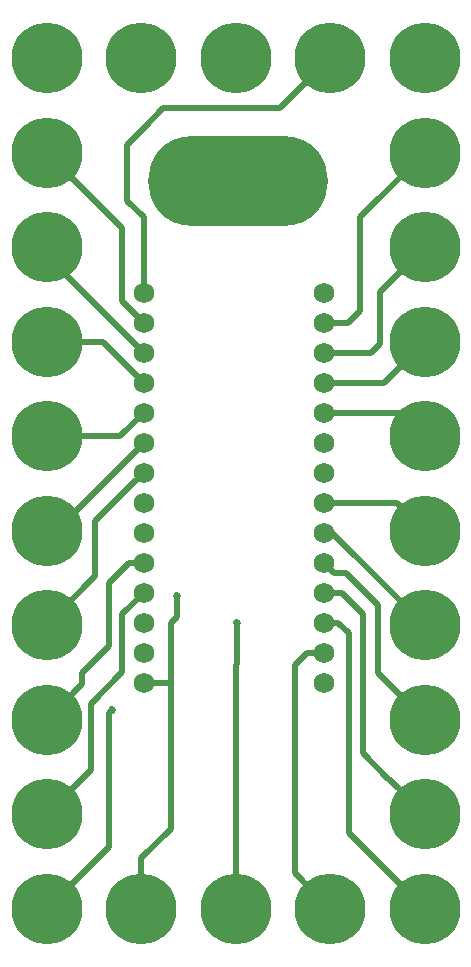
<source format=gtl>
%TF.GenerationSoftware,KiCad,Pcbnew,4.0.7-e2-6376~58~ubuntu16.04.1*%
%TF.CreationDate,2018-05-11T08:31:00-07:00*%
%TF.ProjectId,5x10-Teensy-LC-Breakout,357831302D5465656E73792D4C432D42,v1.4*%
%TF.FileFunction,Copper,L1,Top,Signal*%
%FSLAX46Y46*%
G04 Gerber Fmt 4.6, Leading zero omitted, Abs format (unit mm)*
G04 Created by KiCad (PCBNEW 4.0.7-e2-6376~58~ubuntu16.04.1) date Fri May 11 08:31:00 2018*
%MOMM*%
%LPD*%
G01*
G04 APERTURE LIST*
%ADD10C,0.350000*%
%ADD11O,15.240000X7.620000*%
%ADD12C,1.727200*%
%ADD13C,6.000000*%
%ADD14C,0.685800*%
%ADD15C,0.508000*%
%ADD16C,0.330200*%
%ADD17C,0.350000*%
G04 APERTURE END LIST*
D10*
D11*
X40005000Y-72999600D03*
D12*
X47260960Y-115449860D03*
X47260960Y-112909860D03*
X47260960Y-110369860D03*
X47260960Y-107829860D03*
X47260960Y-105289860D03*
X47260960Y-102749860D03*
X47260960Y-100209860D03*
X47260960Y-97669860D03*
X47260960Y-95129860D03*
X47260960Y-92589860D03*
X47260960Y-90049860D03*
X47260960Y-87509860D03*
X47260960Y-84969860D03*
X47260960Y-82429860D03*
X32020960Y-82429860D03*
X32020960Y-90049860D03*
X32020960Y-110369860D03*
X32020960Y-95129860D03*
X32020960Y-92589860D03*
X32020960Y-112909860D03*
X32020960Y-105289860D03*
X32020960Y-115449860D03*
X32020960Y-102749860D03*
X32020960Y-100209860D03*
X32020960Y-97669860D03*
X32020960Y-107829860D03*
X32020960Y-84969860D03*
X32020960Y-87509860D03*
D13*
X23813960Y-94579360D03*
X23814960Y-102579360D03*
X23814960Y-118579360D03*
X23814960Y-86579360D03*
X23814960Y-126579360D03*
X23814960Y-110579360D03*
X23813960Y-78579360D03*
X23813960Y-70579360D03*
X23814960Y-134579360D03*
X31813960Y-134579360D03*
X39813960Y-134579360D03*
X47813960Y-134579360D03*
X39813960Y-62579360D03*
X47813960Y-62579360D03*
X23814960Y-62579360D03*
X31813960Y-62579360D03*
X55813960Y-62579360D03*
X55813960Y-70579360D03*
X55813960Y-78579360D03*
X55813960Y-86579360D03*
X55813960Y-94579360D03*
X55813960Y-102579360D03*
X55813960Y-110579360D03*
X55813960Y-118579360D03*
X55813960Y-126579360D03*
X55813960Y-134579360D03*
D14*
X34813959Y-108096601D03*
X39893240Y-110363000D03*
X29321760Y-117734080D03*
D15*
X32020960Y-82429860D02*
X32020960Y-76049320D01*
X32020960Y-76049320D02*
X30612080Y-74640440D01*
X30612080Y-69916040D02*
X30612080Y-74640440D01*
X32020960Y-68507160D02*
X30612080Y-69916040D01*
X32020960Y-68491920D02*
X32020960Y-68507160D01*
X32020960Y-68491920D02*
X33685480Y-66827400D01*
X33685480Y-66827400D02*
X43565920Y-66827400D01*
X43565920Y-66827400D02*
X47813960Y-62579360D01*
X34813959Y-108096601D02*
X34813959Y-109864441D01*
X34813959Y-109864441D02*
X34305240Y-110373160D01*
X47260960Y-100209860D02*
X53444460Y-100209860D01*
X53444460Y-100209860D02*
X55813960Y-102579360D01*
X49176179Y-106153459D02*
X51861720Y-108839000D01*
X51861720Y-108839000D02*
X51861720Y-114640360D01*
X47260960Y-105289860D02*
X48124559Y-106153459D01*
X48124559Y-106153459D02*
X49176179Y-106153459D01*
X55813960Y-110579360D02*
X47984460Y-102749860D01*
X47984460Y-102749860D02*
X47260960Y-102749860D01*
X51861720Y-114640360D02*
X51861720Y-114531600D01*
X55813960Y-134579360D02*
X53197760Y-131963160D01*
X53197760Y-131963160D02*
X52813961Y-131579361D01*
X49387760Y-128153160D02*
X53197760Y-131963160D01*
X47260960Y-110369860D02*
X48482274Y-110369860D01*
X48482274Y-110369860D02*
X49387760Y-111275346D01*
X49387760Y-111275346D02*
X49387760Y-128153160D01*
X48805340Y-107829860D02*
X50576480Y-109601000D01*
X50576480Y-109601000D02*
X50576480Y-121432320D01*
X47260960Y-107829860D02*
X48805340Y-107829860D01*
X47260960Y-92589860D02*
X53824460Y-92589860D01*
X53824460Y-92589860D02*
X55813960Y-94579360D01*
X47260960Y-90049860D02*
X52343460Y-90049860D01*
X52343460Y-90049860D02*
X55813960Y-86579360D01*
X52014120Y-86812120D02*
X52014120Y-82379200D01*
X47260960Y-87509860D02*
X51316380Y-87509860D01*
X51316380Y-87509860D02*
X52014120Y-86812120D01*
X50515520Y-75877800D02*
X50698400Y-75694920D01*
X50698400Y-75694920D02*
X55813960Y-70579360D01*
X50358040Y-83967320D02*
X50358040Y-76035280D01*
X50358040Y-76035280D02*
X50698400Y-75694920D01*
X49355500Y-84969860D02*
X50358040Y-83967320D01*
X47260960Y-84969860D02*
X49355500Y-84969860D01*
X39813960Y-110283720D02*
X39893240Y-110363000D01*
X39893240Y-110363000D02*
X39893240Y-113858040D01*
X39893240Y-113858040D02*
X39813960Y-113937320D01*
X47813960Y-134579360D02*
X44813961Y-131579361D01*
X44813961Y-131579361D02*
X44813961Y-113981759D01*
X44813961Y-113981759D02*
X45885860Y-112909860D01*
X47260960Y-112909860D02*
X45885860Y-112909860D01*
X34305240Y-127845440D02*
X34305240Y-115376960D01*
X34232340Y-115449860D02*
X34305240Y-115376960D01*
X34305240Y-115376960D02*
X34305240Y-110373160D01*
X32020960Y-115449860D02*
X34232340Y-115449860D01*
X30205680Y-114589560D02*
X30205680Y-109645140D01*
X30205680Y-109645140D02*
X32020960Y-107829860D01*
X32020960Y-105289860D02*
X30799646Y-105289860D01*
X30799646Y-105289860D02*
X29072840Y-107016666D01*
X29072840Y-107016666D02*
X29072840Y-112379760D01*
X47260960Y-63132360D02*
X47813960Y-62579360D01*
X52014120Y-82379200D02*
X55813960Y-78579360D01*
X55263460Y-95129860D02*
X55813960Y-94579360D01*
X55813960Y-110579360D02*
X55813960Y-108513880D01*
X52800721Y-115579361D02*
X51861720Y-114640360D01*
X55813960Y-118579360D02*
X52813961Y-115579361D01*
X52813961Y-115579361D02*
X52800721Y-115579361D01*
X52723521Y-123579361D02*
X50576480Y-121432320D01*
X55813960Y-126579360D02*
X52813961Y-123579361D01*
X52813961Y-123579361D02*
X52723521Y-123579361D01*
X52813961Y-131579361D02*
X52813961Y-131543801D01*
X39813960Y-134579360D02*
X39813960Y-113937320D01*
X27528520Y-117266720D02*
X27528520Y-122865800D01*
X27528520Y-122865800D02*
X23814960Y-126579360D01*
X30205680Y-114589560D02*
X27528520Y-117266720D01*
X26814959Y-114637641D02*
X29072840Y-112379760D01*
X23814960Y-118579360D02*
X26814959Y-115579361D01*
X26814959Y-115579361D02*
X26814959Y-114637641D01*
X27940000Y-101782880D02*
X27940000Y-106454320D01*
X27940000Y-106454320D02*
X23814960Y-110579360D01*
X31157361Y-98565519D02*
X27940000Y-101782880D01*
X32020960Y-97669860D02*
X31157361Y-98533459D01*
X31157361Y-98533459D02*
X31157361Y-98565519D01*
X32020960Y-95129860D02*
X24571460Y-102579360D01*
X24571460Y-102579360D02*
X23814960Y-102579360D01*
X23813960Y-94579360D02*
X30031460Y-94579360D01*
X30031460Y-94579360D02*
X32020960Y-92589860D01*
X32020960Y-90049860D02*
X28550460Y-86579360D01*
X28550460Y-86579360D02*
X23814960Y-86579360D01*
X32020960Y-87509860D02*
X23813960Y-79302860D01*
X23813960Y-79302860D02*
X23813960Y-78579360D01*
X30205680Y-76971080D02*
X30205680Y-83154580D01*
X30205680Y-83154580D02*
X32020960Y-84969860D01*
X23813960Y-70579360D02*
X30205680Y-76971080D01*
X29062680Y-117993160D02*
X29062680Y-129331640D01*
X29321760Y-117734080D02*
X29062680Y-117993160D01*
X31813960Y-134579360D02*
X31813960Y-130336720D01*
X31813960Y-130336720D02*
X34305240Y-127845440D01*
X29062680Y-129331640D02*
X23814960Y-134579360D01*
D16*
X34813959Y-108096601D03*
X39893240Y-110363000D03*
X29321760Y-117734080D03*
D17*
X47260960Y-115449860D03*
X47260960Y-112909860D03*
X47260960Y-110369860D03*
X47260960Y-107829860D03*
X47260960Y-105289860D03*
X47260960Y-102749860D03*
X47260960Y-100209860D03*
X47260960Y-97669860D03*
X47260960Y-95129860D03*
X47260960Y-92589860D03*
X47260960Y-90049860D03*
X47260960Y-87509860D03*
X47260960Y-84969860D03*
X47260960Y-82429860D03*
X32020960Y-82429860D03*
X32020960Y-90049860D03*
X32020960Y-110369860D03*
X32020960Y-95129860D03*
X32020960Y-92589860D03*
X32020960Y-112909860D03*
X32020960Y-105289860D03*
X32020960Y-115449860D03*
X32020960Y-102749860D03*
X32020960Y-100209860D03*
X32020960Y-97669860D03*
X32020960Y-107829860D03*
X32020960Y-84969860D03*
X32020960Y-87509860D03*
X23813960Y-94579360D03*
X23814960Y-102579360D03*
X23814960Y-118579360D03*
X23814960Y-86579360D03*
X23814960Y-126579360D03*
X23814960Y-110579360D03*
X23813960Y-78579360D03*
X23813960Y-70579360D03*
X23814960Y-134579360D03*
X31813960Y-134579360D03*
X39813960Y-134579360D03*
X47813960Y-134579360D03*
X39813960Y-62579360D03*
X47813960Y-62579360D03*
X23814960Y-62579360D03*
X31813960Y-62579360D03*
X55813960Y-62579360D03*
X55813960Y-70579360D03*
X55813960Y-78579360D03*
X55813960Y-86579360D03*
X55813960Y-94579360D03*
X55813960Y-102579360D03*
X55813960Y-110579360D03*
X55813960Y-118579360D03*
X55813960Y-126579360D03*
X55813960Y-134579360D03*
M02*

</source>
